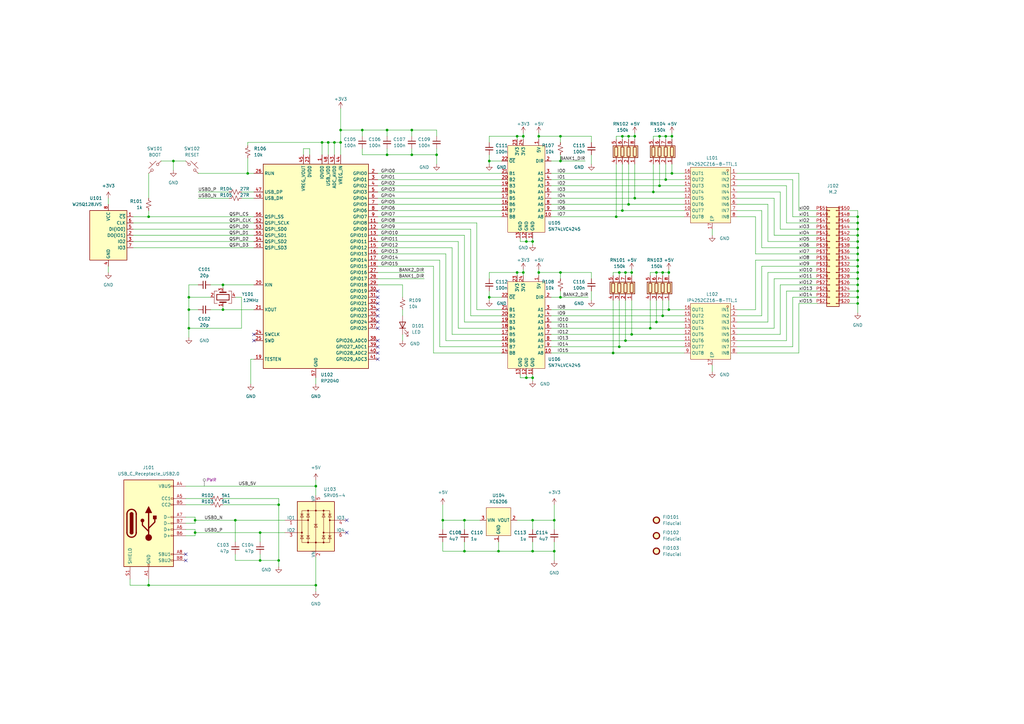
<source format=kicad_sch>
(kicad_sch (version 20230121) (generator eeschema)
  (paper "A3")
  (junction (at 214.63 55.88))
  (junction (at 190.5 213.36))
  (junction (at 139.7 58.42))
  (junction (at 134.62 58.42))
  (junction (at 227.33 226.06))
  (junction (at 60.96 240.03))
  (junction (at 351.79 119.38))
  (junction (at 351.79 101.6))
  (junction (at 256.54 111.76))
  (junction (at 200.66 66.04))
  (junction (at 254 142.24))
  (junction (at 190.5 226.06))
  (junction (at 351.79 99.06))
  (junction (at 351.79 124.46))
  (junction (at 351.79 121.92))
  (junction (at 91.44 127))
  (junction (at 351.79 111.76))
  (junction (at 273.05 73.66))
  (junction (at 80.01 213.36))
  (junction (at 257.81 83.82))
  (junction (at 229.87 111.76))
  (junction (at 212.09 111.76))
  (junction (at 269.24 132.08))
  (junction (at 269.24 111.76))
  (junction (at 259.08 137.16))
  (junction (at 77.47 127))
  (junction (at 106.68 229.87))
  (junction (at 114.3 229.87))
  (junction (at 260.35 55.88))
  (junction (at 260.35 81.28))
  (junction (at 271.78 129.54))
  (junction (at 129.54 199.39))
  (junction (at 351.79 116.84))
  (junction (at 274.32 127))
  (junction (at 351.79 91.44))
  (junction (at 114.3 207.01))
  (junction (at 218.44 226.06))
  (junction (at 274.32 111.76))
  (junction (at 200.66 121.92))
  (junction (at 270.51 76.2))
  (junction (at 220.98 55.88))
  (junction (at 275.59 55.88))
  (junction (at 218.44 99.06))
  (junction (at 266.7 134.62))
  (junction (at 204.47 226.06))
  (junction (at 271.78 111.76))
  (junction (at 129.54 240.03))
  (junction (at 181.61 213.36))
  (junction (at 212.09 55.88))
  (junction (at 229.87 66.04))
  (junction (at 60.96 88.9))
  (junction (at 179.07 63.5))
  (junction (at 351.79 114.3))
  (junction (at 351.79 104.14))
  (junction (at 255.27 55.88))
  (junction (at 255.27 86.36))
  (junction (at 132.08 58.42))
  (junction (at 101.6 71.12))
  (junction (at 229.87 121.92))
  (junction (at 267.97 78.74))
  (junction (at 257.81 55.88))
  (junction (at 259.08 111.76))
  (junction (at 214.63 111.76))
  (junction (at 215.9 99.06))
  (junction (at 215.9 154.94))
  (junction (at 351.79 106.68))
  (junction (at 168.91 53.34))
  (junction (at 218.44 154.94))
  (junction (at 96.52 213.36))
  (junction (at 148.59 53.34))
  (junction (at 71.12 66.04))
  (junction (at 106.68 218.44))
  (junction (at 229.87 55.88))
  (junction (at 80.01 218.44))
  (junction (at 351.79 96.52))
  (junction (at 351.79 109.22))
  (junction (at 254 111.76))
  (junction (at 270.51 55.88))
  (junction (at 218.44 213.36))
  (junction (at 251.46 144.78))
  (junction (at 256.54 139.7))
  (junction (at 227.33 213.36))
  (junction (at 158.75 63.5))
  (junction (at 351.79 88.9))
  (junction (at 220.98 111.76))
  (junction (at 168.91 63.5))
  (junction (at 77.47 121.92))
  (junction (at 275.59 71.12))
  (junction (at 351.79 93.98))
  (junction (at 158.75 53.34))
  (junction (at 139.7 53.34))
  (junction (at 91.44 116.84))
  (junction (at 137.16 58.42))
  (junction (at 273.05 55.88))
  (junction (at 77.47 134.62))
  (junction (at 252.73 88.9))
  (no_connect (at 154.94 127))
  (no_connect (at 154.94 134.62))
  (no_connect (at 154.94 121.92))
  (no_connect (at 154.94 132.08))
  (no_connect (at 154.94 119.38))
  (no_connect (at 142.24 218.44))
  (no_connect (at 142.24 213.36))
  (no_connect (at 104.14 137.16))
  (no_connect (at 154.94 124.46))
  (no_connect (at 76.2 227.33))
  (no_connect (at 154.94 144.78))
  (no_connect (at 154.94 129.54))
  (no_connect (at 104.14 139.7))
  (no_connect (at 154.94 147.32))
  (no_connect (at 154.94 142.24))
  (no_connect (at 76.2 229.87))
  (no_connect (at 154.94 139.7))
  (wire (pts (xy 271.78 123.19) (xy 271.78 129.54)))
  (wire (pts (xy 104.14 147.32) (xy 102.87 147.32)))
  (wire (pts (xy 257.81 67.31) (xy 257.81 83.82)))
  (wire (pts (xy 325.12 121.92) (xy 335.28 121.92)))
  (wire (pts (xy 91.44 116.84) (xy 91.44 118.11)))
  (wire (pts (xy 271.78 111.76) (xy 274.32 111.76)))
  (wire (pts (xy 190.5 132.08) (xy 205.74 132.08)))
  (wire (pts (xy 252.73 57.15) (xy 252.73 55.88)))
  (wire (pts (xy 80.01 219.71) (xy 76.2 219.71)))
  (wire (pts (xy 129.54 240.03) (xy 129.54 228.6)))
  (wire (pts (xy 114.3 204.47) (xy 114.3 207.01)))
  (wire (pts (xy 347.98 93.98) (xy 351.79 93.98)))
  (wire (pts (xy 270.51 55.88) (xy 273.05 55.88)))
  (wire (pts (xy 212.09 111.76) (xy 200.66 111.76)))
  (wire (pts (xy 154.94 81.28) (xy 205.74 81.28)))
  (wire (pts (xy 200.66 111.76) (xy 200.66 114.3)))
  (wire (pts (xy 106.68 227.33) (xy 106.68 229.87)))
  (wire (pts (xy 114.3 229.87) (xy 114.3 232.41)))
  (wire (pts (xy 226.06 66.04) (xy 229.87 66.04)))
  (wire (pts (xy 190.5 226.06) (xy 204.47 226.06)))
  (wire (pts (xy 154.94 88.9) (xy 205.74 88.9)))
  (wire (pts (xy 181.61 222.25) (xy 181.61 226.06)))
  (wire (pts (xy 154.94 104.14) (xy 182.88 104.14)))
  (wire (pts (xy 275.59 55.88) (xy 275.59 57.15)))
  (wire (pts (xy 76.2 199.39) (xy 129.54 199.39)))
  (wire (pts (xy 259.08 123.19) (xy 259.08 137.16)))
  (wire (pts (xy 213.36 154.94) (xy 215.9 154.94)))
  (wire (pts (xy 274.32 127) (xy 280.67 127)))
  (wire (pts (xy 317.5 81.28) (xy 317.5 96.52)))
  (wire (pts (xy 76.2 207.01) (xy 86.36 207.01)))
  (wire (pts (xy 129.54 240.03) (xy 129.54 242.57)))
  (wire (pts (xy 154.94 114.3) (xy 173.99 114.3)))
  (wire (pts (xy 302.26 83.82) (xy 314.96 83.82)))
  (wire (pts (xy 347.98 121.92) (xy 351.79 121.92)))
  (wire (pts (xy 254 142.24) (xy 280.67 142.24)))
  (wire (pts (xy 302.26 142.24) (xy 325.12 142.24)))
  (wire (pts (xy 54.61 99.06) (xy 104.14 99.06)))
  (wire (pts (xy 260.35 54.61) (xy 260.35 55.88)))
  (wire (pts (xy 114.3 207.01) (xy 114.3 229.87)))
  (wire (pts (xy 275.59 71.12) (xy 280.67 71.12)))
  (wire (pts (xy 347.98 116.84) (xy 351.79 116.84)))
  (wire (pts (xy 81.28 71.12) (xy 101.6 71.12)))
  (wire (pts (xy 158.75 53.34) (xy 158.75 55.88)))
  (wire (pts (xy 137.16 58.42) (xy 139.7 58.42)))
  (wire (pts (xy 309.88 88.9) (xy 309.88 104.14)))
  (wire (pts (xy 137.16 58.42) (xy 137.16 63.5)))
  (wire (pts (xy 77.47 116.84) (xy 77.47 121.92)))
  (wire (pts (xy 212.09 55.88) (xy 200.66 55.88)))
  (wire (pts (xy 158.75 60.96) (xy 158.75 63.5)))
  (wire (pts (xy 229.87 114.3) (xy 229.87 111.76)))
  (wire (pts (xy 227.33 226.06) (xy 227.33 229.87)))
  (wire (pts (xy 165.1 116.84) (xy 165.1 121.92)))
  (wire (pts (xy 101.6 58.42) (xy 132.08 58.42)))
  (wire (pts (xy 205.74 121.92) (xy 200.66 121.92)))
  (wire (pts (xy 213.36 153.67) (xy 213.36 154.94)))
  (wire (pts (xy 180.34 142.24) (xy 205.74 142.24)))
  (wire (pts (xy 266.7 113.03) (xy 266.7 111.76)))
  (wire (pts (xy 255.27 55.88) (xy 257.81 55.88)))
  (wire (pts (xy 96.52 229.87) (xy 106.68 229.87)))
  (wire (pts (xy 266.7 123.19) (xy 266.7 134.62)))
  (wire (pts (xy 80.01 214.63) (xy 76.2 214.63)))
  (wire (pts (xy 260.35 55.88) (xy 260.35 57.15)))
  (wire (pts (xy 309.88 106.68) (xy 335.28 106.68)))
  (wire (pts (xy 256.54 111.76) (xy 256.54 113.03)))
  (wire (pts (xy 187.96 99.06) (xy 187.96 134.62)))
  (wire (pts (xy 218.44 154.94) (xy 218.44 156.21)))
  (wire (pts (xy 271.78 129.54) (xy 280.67 129.54)))
  (wire (pts (xy 226.06 139.7) (xy 256.54 139.7)))
  (wire (pts (xy 91.44 127) (xy 91.44 125.73)))
  (wire (pts (xy 302.26 73.66) (xy 325.12 73.66)))
  (wire (pts (xy 227.33 222.25) (xy 227.33 226.06)))
  (wire (pts (xy 76.2 204.47) (xy 86.36 204.47)))
  (wire (pts (xy 165.1 127) (xy 165.1 129.54)))
  (wire (pts (xy 154.94 109.22) (xy 177.8 109.22)))
  (wire (pts (xy 154.94 106.68) (xy 180.34 106.68)))
  (wire (pts (xy 60.96 86.36) (xy 60.96 88.9)))
  (wire (pts (xy 257.81 55.88) (xy 260.35 55.88)))
  (wire (pts (xy 218.44 99.06) (xy 218.44 100.33)))
  (wire (pts (xy 218.44 222.25) (xy 218.44 226.06)))
  (wire (pts (xy 148.59 60.96) (xy 148.59 63.5)))
  (wire (pts (xy 347.98 91.44) (xy 351.79 91.44)))
  (wire (pts (xy 274.32 110.49) (xy 274.32 111.76)))
  (wire (pts (xy 252.73 55.88) (xy 255.27 55.88)))
  (wire (pts (xy 218.44 153.67) (xy 218.44 154.94)))
  (wire (pts (xy 229.87 66.04) (xy 229.87 63.5)))
  (wire (pts (xy 129.54 199.39) (xy 129.54 196.85)))
  (wire (pts (xy 80.01 218.44) (xy 106.68 218.44)))
  (wire (pts (xy 220.98 111.76) (xy 229.87 111.76)))
  (wire (pts (xy 325.12 88.9) (xy 335.28 88.9)))
  (wire (pts (xy 71.12 66.04) (xy 76.2 66.04)))
  (wire (pts (xy 327.66 71.12) (xy 327.66 86.36)))
  (wire (pts (xy 177.8 144.78) (xy 205.74 144.78)))
  (wire (pts (xy 154.94 91.44) (xy 195.58 91.44)))
  (wire (pts (xy 269.24 132.08) (xy 280.67 132.08)))
  (wire (pts (xy 302.26 76.2) (xy 322.58 76.2)))
  (wire (pts (xy 154.94 101.6) (xy 185.42 101.6)))
  (wire (pts (xy 327.66 144.78) (xy 327.66 124.46)))
  (wire (pts (xy 312.42 86.36) (xy 312.42 101.6)))
  (wire (pts (xy 190.5 213.36) (xy 190.5 217.17)))
  (wire (pts (xy 91.44 116.84) (xy 86.36 116.84)))
  (wire (pts (xy 127 60.96) (xy 127 63.5)))
  (wire (pts (xy 106.68 218.44) (xy 116.84 218.44)))
  (wire (pts (xy 124.46 63.5) (xy 124.46 60.96)))
  (wire (pts (xy 129.54 154.94) (xy 129.54 157.48)))
  (wire (pts (xy 267.97 55.88) (xy 270.51 55.88)))
  (wire (pts (xy 255.27 67.31) (xy 255.27 86.36)))
  (wire (pts (xy 271.78 111.76) (xy 271.78 113.03)))
  (wire (pts (xy 320.04 116.84) (xy 320.04 137.16)))
  (wire (pts (xy 53.34 237.49) (xy 53.34 240.03)))
  (wire (pts (xy 302.26 71.12) (xy 327.66 71.12)))
  (wire (pts (xy 351.79 109.22) (xy 351.79 111.76)))
  (wire (pts (xy 252.73 67.31) (xy 252.73 88.9)))
  (wire (pts (xy 227.33 207.01) (xy 227.33 213.36)))
  (wire (pts (xy 132.08 58.42) (xy 132.08 63.5)))
  (wire (pts (xy 351.79 96.52) (xy 351.79 99.06)))
  (wire (pts (xy 148.59 53.34) (xy 158.75 53.34)))
  (wire (pts (xy 81.28 78.74) (xy 93.98 78.74)))
  (wire (pts (xy 351.79 119.38) (xy 351.79 121.92)))
  (wire (pts (xy 179.07 63.5) (xy 179.07 67.31)))
  (wire (pts (xy 154.94 78.74) (xy 205.74 78.74)))
  (wire (pts (xy 347.98 104.14) (xy 351.79 104.14)))
  (wire (pts (xy 227.33 213.36) (xy 227.33 217.17)))
  (wire (pts (xy 302.26 78.74) (xy 320.04 78.74)))
  (wire (pts (xy 168.91 53.34) (xy 168.91 55.88)))
  (wire (pts (xy 351.79 88.9) (xy 351.79 91.44)))
  (wire (pts (xy 60.96 88.9) (xy 104.14 88.9)))
  (wire (pts (xy 204.47 222.25) (xy 204.47 226.06)))
  (wire (pts (xy 193.04 93.98) (xy 193.04 129.54)))
  (wire (pts (xy 260.35 81.28) (xy 280.67 81.28)))
  (wire (pts (xy 255.27 86.36) (xy 280.67 86.36)))
  (wire (pts (xy 99.06 81.28) (xy 104.14 81.28)))
  (wire (pts (xy 267.97 67.31) (xy 267.97 78.74)))
  (wire (pts (xy 99.06 134.62) (xy 77.47 134.62)))
  (wire (pts (xy 168.91 63.5) (xy 179.07 63.5)))
  (wire (pts (xy 351.79 91.44) (xy 351.79 93.98)))
  (wire (pts (xy 80.01 213.36) (xy 96.52 213.36)))
  (wire (pts (xy 132.08 58.42) (xy 134.62 58.42)))
  (wire (pts (xy 257.81 83.82) (xy 280.67 83.82)))
  (wire (pts (xy 60.96 71.12) (xy 60.96 81.28)))
  (wire (pts (xy 242.57 119.38) (xy 242.57 123.19)))
  (wire (pts (xy 200.66 63.5) (xy 200.66 66.04)))
  (wire (pts (xy 154.94 71.12) (xy 205.74 71.12)))
  (wire (pts (xy 154.94 96.52) (xy 190.5 96.52)))
  (wire (pts (xy 205.74 66.04) (xy 200.66 66.04)))
  (wire (pts (xy 101.6 71.12) (xy 101.6 64.77)))
  (wire (pts (xy 154.94 99.06) (xy 187.96 99.06)))
  (wire (pts (xy 325.12 121.92) (xy 325.12 142.24)))
  (wire (pts (xy 214.63 55.88) (xy 212.09 55.88)))
  (wire (pts (xy 252.73 88.9) (xy 280.67 88.9)))
  (wire (pts (xy 154.94 86.36) (xy 205.74 86.36)))
  (wire (pts (xy 86.36 127) (xy 91.44 127)))
  (wire (pts (xy 220.98 111.76) (xy 220.98 113.03)))
  (wire (pts (xy 314.96 111.76) (xy 335.28 111.76)))
  (wire (pts (xy 54.61 96.52) (xy 104.14 96.52)))
  (wire (pts (xy 177.8 144.78) (xy 177.8 109.22)))
  (wire (pts (xy 129.54 199.39) (xy 129.54 203.2)))
  (wire (pts (xy 302.26 134.62) (xy 317.5 134.62)))
  (wire (pts (xy 259.08 137.16) (xy 280.67 137.16)))
  (wire (pts (xy 101.6 59.69) (xy 101.6 58.42)))
  (wire (pts (xy 269.24 111.76) (xy 271.78 111.76)))
  (wire (pts (xy 77.47 127) (xy 77.47 134.62)))
  (wire (pts (xy 292.1 149.86) (xy 292.1 152.4)))
  (wire (pts (xy 81.28 81.28) (xy 93.98 81.28)))
  (wire (pts (xy 273.05 73.66) (xy 280.67 73.66)))
  (wire (pts (xy 139.7 53.34) (xy 148.59 53.34)))
  (wire (pts (xy 257.81 55.88) (xy 257.81 57.15)))
  (wire (pts (xy 148.59 63.5) (xy 158.75 63.5)))
  (wire (pts (xy 327.66 124.46) (xy 335.28 124.46)))
  (wire (pts (xy 77.47 134.62) (xy 77.47 138.43)))
  (wire (pts (xy 81.28 116.84) (xy 77.47 116.84)))
  (wire (pts (xy 86.36 121.92) (xy 77.47 121.92)))
  (wire (pts (xy 227.33 226.06) (xy 218.44 226.06)))
  (wire (pts (xy 220.98 110.49) (xy 220.98 111.76)))
  (wire (pts (xy 214.63 111.76) (xy 212.09 111.76)))
  (wire (pts (xy 99.06 121.92) (xy 99.06 134.62)))
  (wire (pts (xy 215.9 97.79) (xy 215.9 99.06)))
  (wire (pts (xy 302.26 132.08) (xy 314.96 132.08)))
  (wire (pts (xy 312.42 129.54) (xy 312.42 109.22)))
  (wire (pts (xy 302.26 139.7) (xy 322.58 139.7)))
  (wire (pts (xy 200.66 119.38) (xy 200.66 121.92)))
  (wire (pts (xy 218.44 97.79) (xy 218.44 99.06)))
  (wire (pts (xy 267.97 78.74) (xy 280.67 78.74)))
  (wire (pts (xy 200.66 66.04) (xy 200.66 67.31)))
  (wire (pts (xy 347.98 109.22) (xy 351.79 109.22)))
  (wire (pts (xy 54.61 88.9) (xy 60.96 88.9)))
  (wire (pts (xy 214.63 111.76) (xy 214.63 113.03)))
  (wire (pts (xy 195.58 127) (xy 205.74 127)))
  (wire (pts (xy 347.98 99.06) (xy 351.79 99.06)))
  (wire (pts (xy 158.75 63.5) (xy 168.91 63.5)))
  (wire (pts (xy 292.1 93.98) (xy 292.1 96.52)))
  (wire (pts (xy 226.06 88.9) (xy 252.73 88.9)))
  (wire (pts (xy 104.14 127) (xy 91.44 127)))
  (wire (pts (xy 256.54 123.19) (xy 256.54 139.7)))
  (wire (pts (xy 226.06 137.16) (xy 259.08 137.16)))
  (wire (pts (xy 91.44 204.47) (xy 114.3 204.47)))
  (wire (pts (xy 154.94 73.66) (xy 205.74 73.66)))
  (wire (pts (xy 322.58 76.2) (xy 322.58 91.44)))
  (wire (pts (xy 212.09 55.88) (xy 212.09 57.15)))
  (wire (pts (xy 185.42 101.6) (xy 185.42 137.16)))
  (wire (pts (xy 220.98 55.88) (xy 220.98 57.15)))
  (wire (pts (xy 226.06 76.2) (xy 270.51 76.2)))
  (wire (pts (xy 322.58 91.44) (xy 335.28 91.44)))
  (wire (pts (xy 251.46 144.78) (xy 280.67 144.78)))
  (wire (pts (xy 60.96 237.49) (xy 60.96 240.03)))
  (wire (pts (xy 190.5 222.25) (xy 190.5 226.06)))
  (wire (pts (xy 314.96 83.82) (xy 314.96 99.06)))
  (wire (pts (xy 158.75 53.34) (xy 168.91 53.34)))
  (wire (pts (xy 302.26 144.78) (xy 327.66 144.78)))
  (wire (pts (xy 269.24 123.19) (xy 269.24 132.08)))
  (wire (pts (xy 182.88 139.7) (xy 182.88 104.14)))
  (wire (pts (xy 347.98 86.36) (xy 351.79 86.36)))
  (wire (pts (xy 266.7 111.76) (xy 269.24 111.76)))
  (wire (pts (xy 347.98 88.9) (xy 351.79 88.9)))
  (wire (pts (xy 196.85 213.36) (xy 190.5 213.36)))
  (wire (pts (xy 226.06 121.92) (xy 229.87 121.92)))
  (wire (pts (xy 54.61 91.44) (xy 104.14 91.44)))
  (wire (pts (xy 134.62 58.42) (xy 134.62 63.5)))
  (wire (pts (xy 259.08 111.76) (xy 259.08 113.03)))
  (wire (pts (xy 254 111.76) (xy 256.54 111.76)))
  (wire (pts (xy 80.01 213.36) (xy 80.01 214.63)))
  (wire (pts (xy 139.7 44.45) (xy 139.7 53.34)))
  (wire (pts (xy 44.45 81.28) (xy 44.45 83.82)))
  (wire (pts (xy 226.06 83.82) (xy 257.81 83.82)))
  (wire (pts (xy 213.36 99.06) (xy 215.9 99.06)))
  (wire (pts (xy 302.26 137.16) (xy 320.04 137.16)))
  (wire (pts (xy 180.34 106.68) (xy 180.34 142.24)))
  (wire (pts (xy 134.62 58.42) (xy 137.16 58.42)))
  (wire (pts (xy 124.46 60.96) (xy 127 60.96)))
  (wire (pts (xy 71.12 66.04) (xy 71.12 69.85)))
  (wire (pts (xy 179.07 53.34) (xy 179.07 55.88)))
  (wire (pts (xy 275.59 54.61) (xy 275.59 55.88)))
  (wire (pts (xy 214.63 55.88) (xy 214.63 57.15)))
  (wire (pts (xy 218.44 213.36) (xy 227.33 213.36)))
  (wire (pts (xy 80.01 217.17) (xy 80.01 218.44)))
  (wire (pts (xy 96.52 213.36) (xy 116.84 213.36)))
  (wire (pts (xy 106.68 229.87) (xy 114.3 229.87)))
  (wire (pts (xy 106.68 218.44) (xy 106.68 222.25)))
  (wire (pts (xy 270.51 76.2) (xy 280.67 76.2)))
  (wire (pts (xy 226.06 144.78) (xy 251.46 144.78)))
  (wire (pts (xy 96.52 227.33) (xy 96.52 229.87)))
  (wire (pts (xy 44.45 109.22) (xy 44.45 111.76)))
  (wire (pts (xy 139.7 58.42) (xy 139.7 63.5)))
  (wire (pts (xy 215.9 99.06) (xy 218.44 99.06)))
  (wire (pts (xy 302.26 127) (xy 309.88 127)))
  (wire (pts (xy 309.88 106.68) (xy 309.88 127)))
  (wire (pts (xy 267.97 57.15) (xy 267.97 55.88)))
  (wire (pts (xy 76.2 212.09) (xy 80.01 212.09)))
  (wire (pts (xy 317.5 96.52) (xy 335.28 96.52)))
  (wire (pts (xy 181.61 213.36) (xy 181.61 217.17)))
  (wire (pts (xy 165.1 137.16) (xy 165.1 139.7)))
  (wire (pts (xy 251.46 111.76) (xy 254 111.76)))
  (wire (pts (xy 260.35 67.31) (xy 260.35 81.28)))
  (wire (pts (xy 351.79 121.92) (xy 351.79 124.46)))
  (wire (pts (xy 229.87 121.92) (xy 229.87 119.38)))
  (wire (pts (xy 351.79 111.76) (xy 351.79 114.3)))
  (wire (pts (xy 273.05 55.88) (xy 275.59 55.88)))
  (wire (pts (xy 102.87 147.32) (xy 102.87 157.48)))
  (wire (pts (xy 269.24 111.76) (xy 269.24 113.03)))
  (wire (pts (xy 226.06 78.74) (xy 267.97 78.74)))
  (wire (pts (xy 312.42 101.6) (xy 335.28 101.6)))
  (wire (pts (xy 351.79 114.3) (xy 351.79 116.84)))
  (wire (pts (xy 154.94 83.82) (xy 205.74 83.82)))
  (wire (pts (xy 302.26 81.28) (xy 317.5 81.28)))
  (wire (pts (xy 220.98 55.88) (xy 229.87 55.88)))
  (wire (pts (xy 314.96 111.76) (xy 314.96 132.08)))
  (wire (pts (xy 179.07 60.96) (xy 179.07 63.5)))
  (wire (pts (xy 256.54 139.7) (xy 280.67 139.7)))
  (wire (pts (xy 215.9 154.94) (xy 218.44 154.94)))
  (wire (pts (xy 351.79 124.46) (xy 351.79 128.27)))
  (wire (pts (xy 226.06 127) (xy 274.32 127)))
  (wire (pts (xy 181.61 207.01) (xy 181.61 213.36)))
  (wire (pts (xy 254 111.76) (xy 254 113.03)))
  (wire (pts (xy 190.5 96.52) (xy 190.5 132.08)))
  (wire (pts (xy 251.46 113.03) (xy 251.46 111.76)))
  (wire (pts (xy 154.94 76.2) (xy 205.74 76.2)))
  (wire (pts (xy 154.94 111.76) (xy 173.99 111.76)))
  (wire (pts (xy 185.42 137.16) (xy 205.74 137.16)))
  (wire (pts (xy 347.98 101.6) (xy 351.79 101.6)))
  (wire (pts (xy 251.46 123.19) (xy 251.46 144.78)))
  (wire (pts (xy 347.98 106.68) (xy 351.79 106.68)))
  (wire (pts (xy 322.58 139.7) (xy 322.58 119.38)))
  (wire (pts (xy 215.9 153.67) (xy 215.9 154.94)))
  (wire (pts (xy 242.57 111.76) (xy 229.87 111.76)))
  (wire (pts (xy 76.2 217.17) (xy 80.01 217.17)))
  (wire (pts (xy 351.79 101.6) (xy 351.79 104.14)))
  (wire (pts (xy 242.57 63.5) (xy 242.57 67.31)))
  (wire (pts (xy 195.58 91.44) (xy 195.58 127)))
  (wire (pts (xy 351.79 86.36) (xy 351.79 88.9)))
  (wire (pts (xy 104.14 71.12) (xy 101.6 71.12)))
  (wire (pts (xy 314.96 99.06) (xy 335.28 99.06)))
  (wire (pts (xy 168.91 60.96) (xy 168.91 63.5)))
  (wire (pts (xy 226.06 71.12) (xy 275.59 71.12)))
  (wire (pts (xy 347.98 111.76) (xy 351.79 111.76)))
  (wire (pts (xy 351.79 99.06) (xy 351.79 101.6)))
  (wire (pts (xy 54.61 93.98) (xy 104.14 93.98)))
  (wire (pts (xy 54.61 101.6) (xy 104.14 101.6)))
  (wire (pts (xy 274.32 111.76) (xy 274.32 113.03)))
  (wire (pts (xy 154.94 116.84) (xy 165.1 116.84)))
  (wire (pts (xy 320.04 116.84) (xy 335.28 116.84)))
  (wire (pts (xy 154.94 93.98) (xy 193.04 93.98)))
  (wire (pts (xy 226.06 81.28) (xy 260.35 81.28)))
  (wire (pts (xy 320.04 78.74) (xy 320.04 93.98)))
  (wire (pts (xy 200.66 55.88) (xy 200.66 58.42)))
  (wire (pts (xy 302.26 86.36) (xy 312.42 86.36)))
  (wire (pts (xy 213.36 97.79) (xy 213.36 99.06)))
  (wire (pts (xy 270.51 55.88) (xy 270.51 57.15)))
  (wire (pts (xy 351.79 93.98) (xy 351.79 96.52)))
  (wire (pts (xy 212.09 213.36) (xy 218.44 213.36)))
  (wire (pts (xy 168.91 53.34) (xy 179.07 53.34)))
  (wire (pts (xy 347.98 114.3) (xy 351.79 114.3)))
  (wire (pts (xy 309.88 104.14) (xy 335.28 104.14)))
  (wire (pts (xy 317.5 114.3) (xy 335.28 114.3)))
  (wire (pts (xy 220.98 54.61) (xy 220.98 55.88)))
  (wire (pts (xy 96.52 213.36) (xy 96.52 222.25)))
  (wire (pts (xy 91.44 207.01) (xy 114.3 207.01)))
  (wire (pts (xy 148.59 53.34) (xy 148.59 55.88)))
  (wire (pts (xy 273.05 67.31) (xy 273.05 73.66)))
  (wire (pts (xy 347.98 124.46) (xy 351.79 124.46)))
  (wire (pts (xy 347.98 96.52) (xy 351.79 96.52)))
  (wire (pts (xy 270.51 67.31) (xy 270.51 76.2)))
  (wire (pts (xy 302.26 129.54) (xy 312.42 129.54)))
  (wire (pts (xy 214.63 54.61) (xy 214.63 55.88)))
  (wire (pts (xy 77.47 127) (xy 81.28 127)))
  (wire (pts (xy 204.47 226.06) (xy 218.44 226.06)))
  (wire (pts (xy 320.04 93.98) (xy 335.28 93.98)))
  (wire (pts (xy 226.06 86.36) (xy 255.27 86.36)))
  (wire (pts (xy 193.04 129.54) (xy 205.74 129.54)))
  (wire (pts (xy 275.59 67.31) (xy 275.59 71.12)))
  (wire (pts (xy 53.34 240.03) (xy 60.96 240.03)))
  (wire (pts (xy 327.66 86.36) (xy 335.28 86.36)))
  (wire (pts (xy 274.32 123.19) (xy 274.32 127)))
  (wire (pts (xy 317.5 134.62) (xy 317.5 114.3)))
  (wire (pts (xy 351.79 104.14) (xy 351.79 106.68)))
  (wire (pts (xy 99.06 78.74) (xy 104.14 78.74)))
  (wire (pts (xy 66.04 66.04) (xy 71.12 66.04)))
  (wire (pts (xy 255.27 55.88) (xy 255.27 57.15)))
  (wire (pts (xy 241.3 121.92) (xy 229.87 121.92)))
  (wire (pts (xy 226.06 73.66) (xy 273.05 73.66)))
  (wire (pts (xy 266.7 134.62) (xy 280.67 134.62)))
  (wire (pts (xy 259.08 110.49) (xy 259.08 111.76)))
  (wire (pts (xy 226.06 129.54) (xy 271.78 129.54)))
  (wire (pts (xy 226.06 134.62) (xy 266.7 134.62)))
  (wire (pts (xy 351.79 116.84) (xy 351.79 119.38)))
  (wire (pts (xy 212.09 111.76) (xy 212.09 113.03)))
  (wire (pts (xy 302.26 88.9) (xy 309.88 88.9)))
  (wire (pts (xy 325.12 73.66) (xy 325.12 88.9)))
  (wire (pts (xy 242.57 111.76) (xy 242.57 114.3)))
  (wire (pts (xy 229.87 58.42) (xy 229.87 55.88)))
  (wire (pts (xy 226.06 132.08) (xy 269.24 132.08)))
  (wire (pts (xy 218.44 213.36) (xy 218.44 217.17)))
  (wire (pts (xy 312.42 109.22) (xy 335.28 109.22)))
  (wire (pts (xy 80.01 218.44) (xy 80.01 219.71)))
  (wire (pts (xy 139.7 53.34) (xy 139.7 58.42)))
  (wire (pts (xy 273.05 55.88) (xy 273.05 57.15)))
  (wire (pts (xy 182.88 139.7) (xy 205.74 139.7)))
  (wire (pts (xy 190.5 213.36) (xy 181.61 213.36)))
  (wire (pts (xy 77.47 121.92) (xy 77.47 127)))
  (wire (pts (xy 229.87 66.04) (xy 240.03 66.04)))
  (wire (pts (xy 347.98 119.38) (xy 351.79 119.38)))
  (wire (pts (xy 322.58 119.38) (xy 335.28 119.38)))
  (wire (pts (xy 200.66 121.92) (xy 200.66 123.19)))
  (wire (pts (xy 187.96 134.62) (xy 205.74 134.62)))
  (wire (pts (xy 181.61 226.06) (xy 190.5 226.06)))
  (wire (pts (xy 242.57 55.88) (xy 242.57 58.42)))
  (wire (pts (xy 96.52 121.92) (xy 99.06 121.92)))
  (wire (pts (xy 226.06 142.24) (xy 254 142.24)))
  (wire (pts (xy 104.14 116.84) (xy 91.44 116.84)))
  (wire (pts (xy 242.57 55.88) (xy 229.87 55.88)))
  (wire (pts (xy 80.01 212.09) (xy 80.01 213.36)))
  (wire (pts (xy 254 123.19) (xy 254 142.24)))
  (wire (pts (xy 214.63 110.49) (xy 214.63 111.76)))
  (wire (pts (xy 256.54 111.76) (xy 259.08 111.76)))
  (wire (pts (xy 60.96 240.03) (xy 129.54 240.03)))
  (wire (pts (xy 351.79 106.68) (xy 351.79 109.22)))
  (label "QSPI_D1" (at 93.98 96.52 0))
  (label "xIO8" (at 327.66 106.68 0))
  (label "BANK1_DIR" (at 240.03 66.04 180))
  (label "USBD_N" (at 81.28 81.28 0))
  (label "GPIO10" (at 156.21 96.52 0))
  (label "GPIO12" (at 156.21 101.6 0))
  (label "xIO3" (at 327.66 93.98 0))
  (label "xIO6" (at 327.66 101.6 0))
  (label "IO13" (at 228.6 139.7 0))
  (label "xIO0" (at 327.66 86.36 0))
  (label "GPIO5" (at 156.21 83.82 0))
  (label "GPIO11" (at 156.21 99.06 0))
  (label "xIO11" (at 327.66 114.3 0))
  (label "IO14" (at 228.6 142.24 0))
  (label "USBD_P" (at 83.82 218.44 0))
  (label "QSPI_CS" (at 93.98 88.9 0))
  (label "GPIO6" (at 156.21 86.36 0))
  (label "GPIO14" (at 156.21 106.68 0))
  (label "BANK1_DIR" (at 173.99 114.3 180))
  (label "xIO13" (at 327.66 119.38 0))
  (label "IO12" (at 228.6 137.16 0))
  (label "QSPI_CLK" (at 93.98 91.44 0))
  (label "GPIO9" (at 156.21 93.98 0))
  (label "xIO12" (at 327.66 116.84 0))
  (label "xIO14" (at 327.66 121.92 0))
  (label "IO2" (at 228.6 76.2 0))
  (label "xIO1" (at 327.66 88.9 0))
  (label "GPIO4" (at 156.21 81.28 0))
  (label "IO3" (at 228.6 78.74 0))
  (label "GPIO0" (at 156.21 71.12 0))
  (label "IO0" (at 228.6 71.12 0))
  (label "xIO15" (at 327.66 124.46 0))
  (label "IO7" (at 228.6 88.9 0))
  (label "USBD_N" (at 83.82 213.36 0))
  (label "GPIO1" (at 156.21 73.66 0))
  (label "xIO10" (at 327.66 111.76 0))
  (label "GPIO15" (at 156.21 109.22 0))
  (label "xIO5" (at 327.66 99.06 0))
  (label "BANK2_DIR" (at 241.3 121.92 180))
  (label "QSPI_D0" (at 93.98 93.98 0))
  (label "IO6" (at 228.6 86.36 0))
  (label "xIO9" (at 327.66 109.22 0))
  (label "GPIO8" (at 156.21 91.44 0))
  (label "IO1" (at 228.6 73.66 0))
  (label "IO11" (at 228.6 134.62 0))
  (label "BANK2_DIR" (at 173.99 111.76 180))
  (label "GPIO13" (at 156.21 104.14 0))
  (label "IO10" (at 228.6 132.08 0))
  (label "QSPI_D2" (at 93.98 99.06 0))
  (label "QSPI_D3" (at 93.98 101.6 0))
  (label "IO4" (at 228.6 81.28 0))
  (label "IO9" (at 228.6 129.54 0))
  (label "IO8" (at 228.6 127 0))
  (label "GPIO3" (at 156.21 78.74 0))
  (label "USB_5V" (at 97.79 199.39 0))
  (label "IO15" (at 228.6 144.78 0))
  (label "xIO7" (at 327.66 104.14 0))
  (label "GPIO2" (at 156.21 76.2 0))
  (label "xIO4" (at 327.66 96.52 0))
  (label "USBD_P" (at 81.28 78.74 0))
  (label "xIO2" (at 327.66 91.44 0))
  (label "GPIO7" (at 156.21 88.9 0))
  (label "IO5" (at 228.6 83.82 0))
  (netclass_flag "" (length 2.54) (shape round) (at 83.82 199.39 0) (property "Netclass" "PWR" (at 84.5185 196.85 0) (effects (font italic) (justify left))))
  (symbol (lib_id "Device:LED") (at 165.1 133.35 90) (unit 1)
    (property "Reference" "D101" (at 168.91 133.6675 90) (effects (justify right)))
    (property "Value" "LED" (at 168.91 136.2075 90) (effects (justify right)))
    (property "Footprint" "Diode_SMD:D_0603_1608Metric" (effects hide))
  )
  (symbol (lib_id "Device:C_Small") (at 242.57 60.96 0) (mirror y) (unit 1)
    (property "Reference" "C115" (at 240.03 59.6963 0) (effects (justify left)))
    (property "Value" "100n" (at 240.03 62.2363 0) (effects (justify left)))
    (property "Footprint" "Capacitor_SMD:C_0402_1005Metric" (effects hide))
  )
  (symbol (lib_id "power:GND") (at 71.12 69.85 0) (unit 1)
    (property "Reference" "#PWR0103" (effects hide))
    (property "Value" "GND" (at 71.12 74.93 0))
  )
  (symbol (lib_id "power:GND") (at 114.3 232.41 0) (mirror y) (unit 1)
    (property "Reference" "#PWR0106" (effects hide))
    (property "Value" "GND" (at 109.22 233.68 0))
  )
  (symbol (lib_id "Device:C_Small") (at 148.59 58.42 0) (mirror y) (unit 1)
    (property "Reference" "C105" (at 146.05 57.1563 0) (effects (justify left)))
    (property "Value" "100n" (at 146.05 59.6963 0) (effects (justify left)))
    (property "Footprint" "Capacitor_SMD:C_0402_1005Metric" (effects hide))
  )
  (symbol (lib_id "power:+5V") (at 274.32 110.49 0) (unit 1)
    (property "Reference" "#PWR0127" (effects hide))
    (property "Value" "+5V" (at 274.32 106.68 0))
  )
  (symbol (lib_id "power:+5V") (at 129.54 196.85 0) (unit 1)
    (property "Reference" "#PWR0108" (effects hide))
    (property "Value" "+5V" (at 129.54 191.77 0))
  )
  (symbol (lib_id "Device:R_Small_US") (at 88.9 207.01 90) (unit 1)
    (property "Reference" "R103" (at 85.09 205.74 90))
    (property "Value" "5k1" (at 92.71 205.74 90))
    (property "Footprint" "Resistor_SMD:R_0402_1005Metric" (effects hide))
  )
  (symbol (lib_id "Device:C_Small") (at 218.44 219.71 0) (unit 1)
    (property "Reference" "C113" (at 215.9 218.4463 0) (effects (justify right)))
    (property "Value" "1u" (at 215.9 220.9863 0) (effects (justify right)))
    (property "Footprint" "Capacitor_SMD:C_0402_1005Metric" (effects hide))
  )
  (symbol (lib_id "Device:C_Small") (at 179.07 58.42 0) (mirror y) (unit 1)
    (property "Reference" "C109" (at 176.53 57.1563 0) (effects (justify left)))
    (property "Value" "100n" (at 176.53 59.6963 0) (effects (justify left)))
    (property "Footprint" "Capacitor_SMD:C_0402_1005Metric" (effects hide))
  )
  (symbol (lib_id "Mechanical:Fiducial") (at 269.24 219.71 0) (unit 1) (in_bom no)
    (property "Reference" "FID102" (at 271.78 218.44 0) (effects (justify left)))
    (property "Value" "Fiducial" (at 271.78 220.98 0) (effects (justify left)))
    (property "Footprint" "Fiducial:Fiducial_0.5mm_Mask1mm" (effects hide))
  )
  (symbol (lib_id "MCU_RaspberryPi:RP2040") (at 129.54 109.22 0) (unit 1)
    (property "Reference" "U102" (at 131.4959 153.67 0) (effects (justify left)))
    (property "Value" "RP2040" (at 131.4959 156.21 0) (effects (justify left)))
    (property "Footprint" "Package_DFN_QFN:QFN-56-1EP_7x7mm_P0.4mm_EP3.2x3.2mm" (effects hide))
    (property "Datasheet" "https://datasheets.raspberrypi.com/rp2040/rp2040-datasheet.pdf" (effects hide))
    (property "LCSC Part" "C2040" (effects hide))
  )
  (symbol (lib_id "power:+3V3") (at 227.33 207.01 0) (unit 1)
    (property "Reference" "#PWR0117" (effects hide))
    (property "Value" "+3V3" (at 227.33 201.93 0))
  )
  (symbol (lib_id "matei:SN74LVC4245A") (at 215.9 77.47 0) (mirror y) (unit 1)
    (property "Reference" "U105" (at 224.79 91.44 0) (effects (justify right)))
    (property "Value" "SN74LVC4245" (at 224.79 93.98 0) (effects (justify right)))
    (property "Footprint" "Package_SO:TSSOP-24_4.4x7.8mm_P0.65mm" (effects hide))
    (property "Datasheet" "https://datasheet.lcsc.com/lcsc/1809192324_Texas-Instruments-SN74LVC4245APWR_C7859.pdf" (effects hide))
    (property "LCSC Part" "C7859" (effects hide))
  )
  (symbol (lib_id "power:GND") (at 227.33 229.87 0) (unit 1)
    (property "Reference" "#PWR0118" (effects hide))
    (property "Value" "GND" (at 227.33 234.95 0))
  )
  (symbol (lib_id "power:+5V") (at 181.61 207.01 0) (unit 1)
    (property "Reference" "#PWR0111" (effects hide))
    (property "Value" "+5V" (at 181.61 201.93 0))
  )
  (symbol (lib_id "Device:C_Small") (at 181.61 219.71 0) (mirror y) (unit 1)
    (property "Reference" "C108" (at 184.15 218.4463 0) (effects (justify right)))
    (property "Value" "4u7" (at 184.15 220.9863 0) (effects (justify right)))
    (property "Footprint" "Capacitor_SMD:C_0402_1005Metric" (effects hide))
  )
  (symbol (lib_id "Device:C_Small") (at 200.66 116.84 0) (unit 1)
    (property "Reference" "C112" (at 203.2 115.5763 0) (effects (justify left)))
    (property "Value" "100n" (at 203.2 118.1163 0) (effects (justify left)))
    (property "Footprint" "Capacitor_SMD:C_0402_1005Metric" (effects hide))
  )
  (symbol (lib_id "matei:XC6206") (at 204.47 213.36 0) (unit 1)
    (property "Reference" "U104" (at 204.47 203.2 0))
    (property "Value" "XC6206" (at 204.47 205.74 0))
    (property "Footprint" "Package_TO_SOT_SMD:SOT-23" (effects hide))
    (property "Datasheet" "https://datasheet.lcsc.com/lcsc/1809201513_Torex-Semicon-XC6206P332MR_C5446.pdf" (effects hide))
    (property "LCSC Part" "C5446" (effects hide))
  )
  (symbol (lib_id "power:GND") (at 200.66 67.31 0) (mirror y) (unit 1)
    (property "Reference" "#PWR0113" (effects hide))
    (property "Value" "GND" (at 205.74 68.58 0))
  )
  (symbol (lib_id "power:+5V") (at 275.59 54.61 0) (unit 1)
    (property "Reference" "#PWR0128" (effects hide))
    (property "Value" "+5V" (at 275.59 50.8 0))
  )
  (symbol (lib_id "power:GND") (at 242.57 123.19 0) (unit 1)
    (property "Reference" "#PWR0124" (effects hide))
    (property "Value" "GND" (at 237.49 124.46 0))
  )
  (symbol (lib_id "power:GND") (at 242.57 67.31 0) (unit 1)
    (property "Reference" "#PWR0123" (effects hide))
    (property "Value" "GND" (at 237.49 68.58 0))
  )
  (symbol (lib_id "Device:C_Small") (at 83.82 127 90) (mirror x) (unit 1)
    (property "Reference" "C102" (at 83.8137 130.81 90))
    (property "Value" "20p" (at 83.8137 133.35 90))
    (property "Footprint" "Capacitor_SMD:C_0402_1005Metric" (effects hide))
  )
  (symbol (lib_id "Memory_Flash:W25Q128JVS") (at 44.45 96.52 0) (mirror y) (unit 1)
    (property "Reference" "U101" (at 41.91 81.28 0) (effects (justify left)))
    (property "Value" "W25Q128JVS" (at 41.91 83.82 0) (effects (justify left)))
    (property "Footprint" "Package_SO:SOIC-8W_5.3x5.3mm_P1.27mm" (effects hide))
    (property "Datasheet" "http://www.winbond.com/resource-files/w25q128jv_dtr%20revc%2003272018%20plus.pdf" (effects hide))
    (property "LCSC Part" "C97521" (effects hide))
  )
  (symbol (lib_id "Device:R_Pack04") (at 255.27 62.23 0) (mirror y) (unit 1)
    (property "Reference" "RN102" (at 257.81 50.8 0) (effects (justify left)))
    (property "Value" "150k" (at 257.81 53.34 0) (effects (justify left)))
    (property "Footprint" "Resistor_SMD:R_Array_Concave_4x0402" (effects hide))
    (property "LCSC Part" "C425271" (effects hide))
  )
  (symbol (lib_id "Device:R_Small_US") (at 229.87 60.96 0) (mirror y) (unit 1)
    (property "Reference" "R107" (at 227.33 59.69 0) (effects (justify left)))
    (property "Value" "10k" (at 227.33 62.23 0) (effects (justify left)))
    (property "Footprint" "Resistor_SMD:R_0402_1005Metric" (effects hide))
  )
  (symbol (lib_id "easyeda2kicad:IP4252CZ16-8-TTL,1") (at 292.1 80.01 0) (mirror y) (unit 1)
    (property "Reference" "L101" (at 292.1 64.77 0))
    (property "Value" "IP4252CZ16-8-TTL,1" (at 292.1 67.31 0))
    (property "Footprint" "easyeda2kicad:UDFN-16_L3.3-W1.4-P0.40-BL-EP" (effects hide))
    (property "LCSC Part" "C458218" (effects hide))
  )
  (symbol (lib_id "Device:R_Small_US") (at 165.1 124.46 0) (unit 1)
    (property "Reference" "R109" (at 167.64 123.19 0) (effects (justify left)))
    (property "Value" "10k" (at 167.64 125.73 0) (effects (justify left)))
    (property "Footprint" "Resistor_SMD:R_0402_1005Metric" (effects hide))
  )
  (symbol (lib_id "power:GND") (at 129.54 157.48 0) (mirror y) (unit 1)
    (property "Reference" "#PWR0107" (effects hide))
    (property "Value" "GND" (at 129.54 162.56 0))
  )
  (symbol (lib_id "power:GND") (at 179.07 67.31 0) (unit 1)
    (property "Reference" "#PWR0112" (effects hide))
    (property "Value" "GND" (at 173.99 68.58 0))
  )
  (symbol (lib_id "power:GND") (at 200.66 123.19 0) (mirror y) (unit 1)
    (property "Reference" "#PWR0114" (effects hide))
    (property "Value" "GND" (at 205.74 124.46 0))
  )
  (symbol (lib_id "Device:C_Small") (at 227.33 219.71 0) (unit 1)
    (property "Reference" "C114" (at 224.79 218.4463 0) (effects (justify right)))
    (property "Value" "4u7" (at 224.79 220.9863 0) (effects (justify right)))
    (property "Footprint" "Capacitor_SMD:C_0402_1005Metric" (effects hide))
  )
  (symbol (lib_id "Connector_Generic:Conn_02x16_Top_Bottom") (at 342.9 106.68 180) (unit 1) (in_bom no)
    (property "Reference" "J102" (at 341.63 76.2 0))
    (property "Value" "M.2" (at 341.63 78.74 0))
    (property "Footprint" "matei:M.2-B-KEY" (effects hide))
  )
  (symbol (lib_id "Device:C_Small") (at 200.66 60.96 0) (unit 1)
    (property "Reference" "C111" (at 203.2 59.6963 0) (effects (justify left)))
    (property "Value" "100n" (at 203.2 62.2363 0) (effects (justify left)))
    (property "Footprint" "Capacitor_SMD:C_0402_1005Metric" (effects hide))
  )
  (symbol (lib_id "power:+5V") (at 220.98 110.49 0) (unit 1)
    (property "Reference" "#PWR0122" (effects hide))
    (property "Value" "+5V" (at 220.98 106.68 0))
  )
  (symbol (lib_id "Device:R_Pack04") (at 270.51 62.23 0) (mirror y) (unit 1)
    (property "Reference" "RN104" (at 273.05 50.8 0) (effects (justify left)))
    (property "Value" "150k" (at 273.05 53.34 0) (effects (justify left)))
    (property "Footprint" "Resistor_SMD:R_Array_Concave_4x0402" (effects hide))
    (property "LCSC Part" "C425271" (effects hide))
  )
  (symbol (lib_id "Device:C_Small") (at 158.75 58.42 0) (mirror y) (unit 1)
    (property "Reference" "C106" (at 156.21 57.1563 0) (effects (justify left)))
    (property "Value" "100n" (at 156.21 59.6963 0) (effects (justify left)))
    (property "Footprint" "Capacitor_SMD:C_0402_1005Metric" (effects hide))
  )
  (symbol (lib_id "power:+5V") (at 260.35 54.61 0) (unit 1)
    (property "Reference" "#PWR0126" (effects hide))
    (property "Value" "+5V" (at 260.35 50.8 0))
  )
  (symbol (lib_id "power:+3V3") (at 44.45 81.28 0) (unit 1)
    (property "Reference" "#PWR0101" (effects hide))
    (property "Value" "+3V3" (at 44.45 76.2 0))
  )
  (symbol (lib_id "Device:C_Small") (at 96.52 224.79 0) (unit 1)
    (property "Reference" "C103" (at 93.98 223.5263 0) (effects (justify right)))
    (property "Value" "47p" (at 93.98 226.0663 0) (effects (justify right)))
    (property "Footprint" "Capacitor_SMD:C_0402_1005Metric" (effects hide))
  )
  (symbol (lib_id "Device:C_Small") (at 168.91 58.42 0) (mirror y) (unit 1)
    (property "Reference" "C107" (at 166.37 57.1563 0) (effects (justify left)))
    (property "Value" "100n" (at 166.37 59.6963 0) (effects (justify left)))
    (property "Footprint" "Capacitor_SMD:C_0402_1005Metric" (effects hide))
  )
  (symbol (lib_id "Switch:SW_Push_45deg") (at 78.74 68.58 0) (unit 1)
    (property "Reference" "SW102" (at 78.74 60.96 0))
    (property "Value" "RESET" (at 78.74 63.5 0))
    (property "Footprint" "matei:TS-1187A-B-A-B" (effects hide))
    (property "LCSC Part" "C318884" (effects hide))
  )
  (symbol (lib_id "power:GND") (at 44.45 111.76 0) (unit 1)
    (property "Reference" "#PWR0102" (effects hide))
    (property "Value" "GND" (at 44.45 116.84 0))
  )
  (symbol (lib_id "Device:C_Small") (at 242.57 116.84 0) (mirror y) (unit 1)
    (property "Reference" "C116" (at 240.03 115.5763 0) (effects (justify left)))
    (property "Value" "100n" (at 240.03 118.1163 0) (effects (justify left)))
    (property "Footprint" "Capacitor_SMD:C_0402_1005Metric" (effects hide))
  )
  (symbol (lib_id "power:GND") (at 218.44 100.33 0) (mirror y) (unit 1)
    (property "Reference" "#PWR0119" (effects hide))
    (property "Value" "GND" (at 214.63 101.6 0))
  )
  (symbol (lib_id "power:GND") (at 218.44 156.21 0) (mirror y) (unit 1)
    (property "Reference" "#PWR0120" (effects hide))
    (property "Value" "GND" (at 223.52 157.48 0))
  )
  (symbol (lib_id "Device:C_Small") (at 106.68 224.79 0) (unit 1)
    (property "Reference" "C104" (at 104.14 223.5263 0) (effects (justify right)))
    (property "Value" "47p" (at 104.14 226.0663 0) (effects (justify right)))
    (property "Footprint" "Capacitor_SMD:C_0402_1005Metric" (effects hide))
  )
  (symbol (lib_id "power:+3V3") (at 214.63 110.49 0) (unit 1)
    (property "Reference" "#PWR0116" (effects hide))
    (property "Value" "+3V3" (at 214.63 106.68 0))
  )
  (symbol (lib_id "matei:SN74LVC4245A") (at 215.9 133.35 0) (mirror y) (unit 1)
    (property "Reference" "U106" (at 224.79 147.32 0) (effects (justify right)))
    (property "Value" "SN74LVC4245" (at 224.79 149.86 0) (effects (justify right)))
    (property "Footprint" "Package_SO:TSSOP-24_4.4x7.8mm_P0.65mm" (effects hide))
    (property "Datasheet" "https://datasheet.lcsc.com/lcsc/1809192324_Texas-Instruments-SN74LVC4245APWR_C7859.pdf" (effects hide))
    (property "LCSC Part" "C7859" (effects hide))
  )
  (symbol (lib_id "Mechanical:Fiducial") (at 269.24 226.06 0) (unit 1) (in_bom no)
    (property "Reference" "FID103" (at 271.78 224.79 0) (effects (justify left)))
    (property "Value" "Fiducial" (at 271.78 227.33 0) (effects (justify left)))
    (property "Footprint" "Fiducial:Fiducial_0.5mm_Mask1mm" (effects hide))
  )
  (symbol (lib_id "Device:R_Small_US") (at 96.52 78.74 90) (unit 1)
    (property "Reference" "R104" (at 92.71 77.47 90))
    (property "Value" "27R" (at 100.33 77.47 90))
    (property "Footprint" "Resistor_SMD:R_0402_1005Metric" (effects hide))
  )
  (symbol (lib_id "power:GND") (at 102.87 157.48 0) (unit 1)
    (property "Reference" "#PWR0105" (effects hide))
    (property "Value" "GND" (at 102.87 162.56 0))
  )
  (symbol (lib_id "Connector:USB_C_Receptacle_USB2.0") (at 60.96 214.63 0) (unit 1)
    (property "Reference" "J101" (at 60.96 191.77 0))
    (property "Value" "USB_C_Receptacle_USB2.0" (at 60.96 194.31 0))
    (property "Footprint" "Connector_USB:USB_C_Receptacle_HRO_TYPE-C-31-M-12" (effects hide))
    (property "Datasheet" "https://www.usb.org/sites/default/files/documents/usb_type-c.zip" (effects hide))
    (property "LCSC Part" "C165948" (effects hide))
  )
  (symbol (lib_id "power:+5V") (at 220.98 54.61 0) (unit 1)
    (property "Reference" "#PWR0121" (effects hide))
    (property "Value" "+5V" (at 220.98 50.8 0))
  )
  (symbol (lib_id "power:+3V3") (at 139.7 44.45 0) (unit 1)
    (property "Reference" "#PWR0110" (effects hide))
    (property "Value" "+3V3" (at 139.7 40.64 0))
  )
  (symbol (lib_id "Device:C_Small") (at 83.82 116.84 90) (unit 1)
    (property "Reference" "C101" (at 83.8263 110.49 90))
    (property "Value" "20p" (at 83.8263 113.03 90))
    (property "Footprint" "Capacitor_SMD:C_0402_1005Metric" (effects hide))
  )
  (symbol (lib_id "Device:R_Small_US") (at 96.52 81.28 90) (unit 1)
    (property "Reference" "R105" (at 92.71 80.01 90))
    (property "Value" "27R" (at 100.33 80.01 90))
    (property "Footprint" "Resistor_SMD:R_0402_1005Metric" (effects hide))
  )
  (symbol (lib_id "Device:R_Small_US") (at 229.87 116.84 0) (mirror y) (unit 1)
    (property "Reference" "R108" (at 227.33 115.57 0) (effects (justify left)))
    (property "Value" "10k" (at 227.33 118.11 0) (effects (justify left)))
    (property "Footprint" "Resistor_SMD:R_0402_1005Metric" (effects hide))
  )
  (symbol (lib_id "Device:Crystal_GND24") (at 91.44 121.92 90) (unit 1)
    (property "Reference" "Y101" (at 101.6 120.65 90))
    (property "Value" "12MHz" (at 102.87 123.19 90))
    (property "Footprint" "Crystal:Crystal_SMD_3225-4Pin_3.2x2.5mm" (effects hide))
    (property "LCSC Part" "C9002" (effects hide))
  )
  (symbol (lib_id "Switch:SW_Push_45deg") (at 63.5 68.58 0) (mirror y) (unit 1)
    (property "Reference" "SW101" (at 63.5 60.96 0))
    (property "Value" "BOOT" (at 63.5 63.5 0))
    (property "Footprint" "matei:TS-1187A-B-A-B" (effects hide))
    (property "LCSC Part" "C318884" (effects hide))
  )
  (symbol (lib_id "power:+5V") (at 259.08 110.49 0) (unit 1)
    (property "Reference" "#PWR0125" (effects hide))
    (property "Value" "+5V" (at 259.08 106.68 0))
  )
  (symbol (lib_id "power:+3V3") (at 214.63 54.61 0) (unit 1)
    (property "Reference" "#PWR0115" (effects hide))
    (property "Value" "+3V3" (at 214.63 50.8 0))
  )
  (symbol (lib_id "Power_Protection:SRV05-4") (at 129.54 215.9 0) (unit 1)
    (property "Reference" "U103" (at 132.6897 200.66 0) (effects (justify left)))
    (property "Value" "SRV05-4" (at 132.6897 203.2 0) (effects (justify left)))
    (property "Footprint" "Package_TO_SOT_SMD:SOT-23-6" (effects hide))
    (property "Datasheet" "http://www.onsemi.com/pub/Collateral/SRV05-4-D.PDF" (effects hide))
    (property "LCSC Part" "C85364" (effects hide))
  )
  (symbol (lib_id "power:GND") (at 165.1 139.7 0) (mirror y) (unit 1)
    (property "Reference" "#PWR0132" (effects hide))
    (property "Value" "GND" (at 170.18 140.97 0))
  )
  (symbol (lib_id "power:GND") (at 77.47 138.43 0) (unit 1)
    (property "Reference" "#PWR0104" (effects hide))
    (property "Value" "GND" (at 83.82 139.7 0))
  )
  (symbol (lib_id "power:GND") (at 292.1 96.52 0) (mirror y) (unit 1)
    (property "Reference" "#PWR0129" (effects hide))
    (property "Value" "GND" (at 297.18 97.79 0))
  )
  (symbol (lib_id "Device:R_Small_US") (at 60.96 83.82 0) (unit 1)
    (property "Reference" "R101" (at 58.42 82.55 0) (effects (justify right)))
    (property "Value" "1k" (at 58.42 85.09 0) (effects (justify right)))
    (property "Footprint" "Resistor_SMD:R_0402_1005Metric" (effects hide))
  )
  (symbol (lib_id "easyeda2kicad:IP4252CZ16-8-TTL,1") (at 292.1 135.89 0) (mirror y) (unit 1)
    (property "Reference" "L102" (at 292.1 120.65 0))
    (property "Value" "IP4252CZ16-8-TTL,1" (at 292.1 123.19 0))
    (property "Footprint" "easyeda2kicad:UDFN-16_L3.3-W1.4-P0.40-BL-EP" (effects hide))
    (property "LCSC Part" "C458218" (effects hide))
  )
  (symbol (lib_id "power:GND") (at 129.54 242.57 0) (unit 1)
    (property "Reference" "#PWR0109" (effects hide))
    (property "Value" "GND" (at 129.54 247.65 0))
  )
  (symbol (lib_id "Device:R_Small_US") (at 88.9 204.47 90) (unit 1)
    (property "Reference" "R102" (at 85.09 203.2 90))
    (property "Value" "5k1" (at 92.71 203.2 90))
    (property "Footprint" "Resistor_SMD:R_0402_1005Metric" (effects hide))
  )
  (symbol (lib_id "power:GND") (at 292.1 152.4 0) (mirror y) (unit 1)
    (property "Reference" "#PWR0130" (effects hide))
    (property "Value" "GND" (at 297.18 153.67 0))
  )
  (symbol (lib_id "Device:C_Small") (at 190.5 219.71 0) (mirror y) (unit 1)
    (property "Reference" "C110" (at 193.04 218.4463 0) (effects (justify right)))
    (property "Value" "1u" (at 193.04 220.9863 0) (effects (justify right)))
    (property "Footprint" "Capacitor_SMD:C_0402_1005Metric" (effects hide))
  )
  (symbol (lib_id "Mechanical:Fiducial") (at 269.24 213.36 0) (unit 1) (in_bom no)
    (property "Reference" "FID101" (at 271.78 212.09 0) (effects (justify left)))
    (property "Value" "Fiducial" (at 271.78 214.63 0) (effects (justify left)))
    (property "Footprint" "Fiducial:Fiducial_0.5mm_Mask1mm" (effects hide))
  )
  (symbol (lib_id "Device:R_Small_US") (at 101.6 62.23 0) (mirror y) (unit 1)
    (property "Reference" "R106" (at 104.14 60.96 0) (effects (justify right)))
    (property "Value" "10k" (at 104.14 63.5 0) (effects (justify right)))
    (property "Footprint" "Resistor_SMD:R_0402_1005Metric" (effects hide))
  )
  (symbol (lib_id "Device:R_Pack04") (at 269.24 118.11 0) (mirror y) (unit 1)
    (property "Reference" "RN103" (at 271.78 106.68 0) (effects (justify left)))
    (property "Value" "150k" (at 271.78 109.22 0) (effects (justify left)))
    (property "Footprint" "Resistor_SMD:R_Array_Concave_4x0402" (effects hide))
    (property "LCSC Part" "C425271" (effects hide))
  )
  (symbol (lib_id "Device:R_Pack04") (at 254 118.11 0) (mirror y) (unit 1)
    (property "Reference" "RN101" (at 256.54 106.68 0) (effects (justify left)))
    (property "Value" "150k" (at 256.54 109.22 0) (effects (justify left)))
    (property "Footprint" "Resistor_SMD:R_Array_Concave_4x0402" (effects hide))
    (property "LCSC Part" "C425271" (effects hide))
  )
  (symbol (lib_id "power:GND") (at 351.79 128.27 0) (unit 1)
    (property "Reference" "#PWR0131" (effects hide))
    (property "Value" "GND" (at 351.79 133.35 0))
  )
)
</source>
